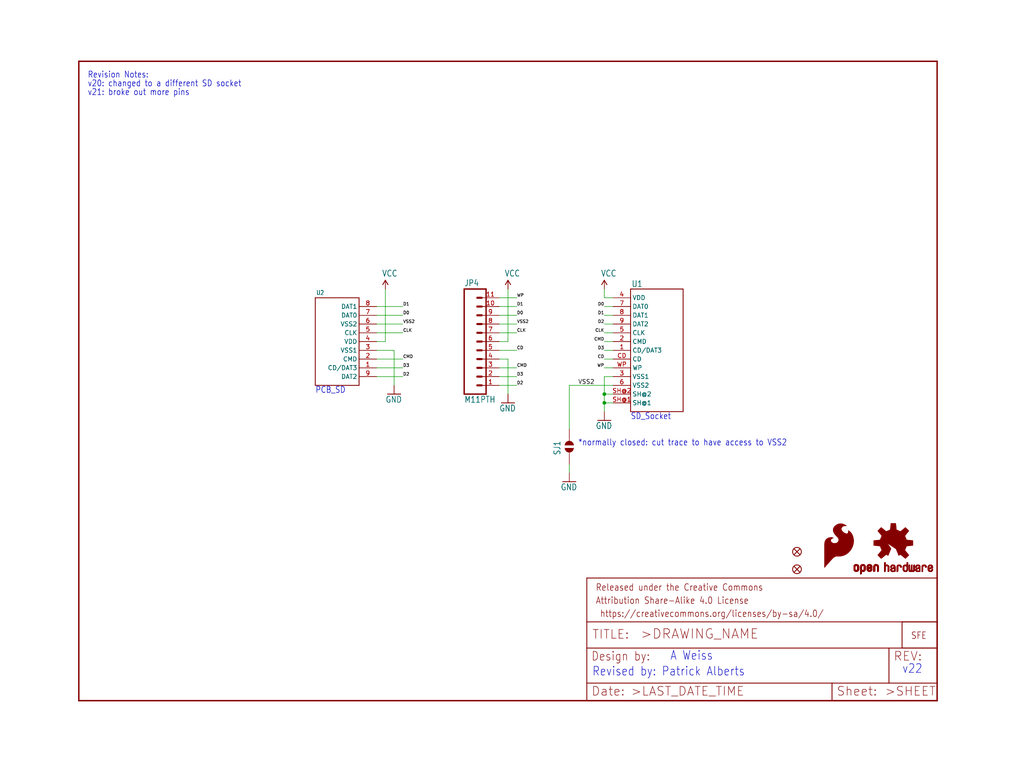
<source format=kicad_sch>
(kicad_sch (version 20211123) (generator eeschema)
  (paper "User" 297.002 223.926)
  (lib_symbols
    (symbol "eagleSchem-eagle-import:FIDUCIALUFIDUCIAL")
    (symbol "eagleSchem-eagle-import:FRAME-LETTER"
      (symbol "FRAME-LETTER_2_0"
        (text " https://creativecommons.org/licenses/by-sa/4.0/" (at 2.54 24.13 0) (effects (font (size 1.9304 1.6408)) (justify left bottom)))
        (text ">DRAWING_NAME" (at 15.494 17.78 0) (effects (font (size 2.7432 2.7432)) (justify left bottom)))
        (text ">LAST_DATE_TIME" (at 12.7 1.27 0) (effects (font (size 2.54 2.54)) (justify left bottom)))
        (text ">SHEET" (at 86.36 1.27 0) (effects (font (size 2.54 2.54)) (justify left bottom)))
        (text "Attribution Share-Alike 4.0 License" (at 2.54 27.94 0) (effects (font (size 1.9304 1.6408)) (justify left bottom)))
        (text "Date:" (at 1.27 1.27 0) (effects (font (size 2.54 2.54)) (justify left bottom)))
        (text "Design by:" (at 1.27 11.43 0) (effects (font (size 2.54 2.159)) (justify left bottom)))
        (text "Released under the Creative Commons" (at 2.54 31.75 0) (effects (font (size 1.9304 1.6408)) (justify left bottom)))
        (text "REV:" (at 88.9 11.43 0) (effects (font (size 2.54 2.54)) (justify left bottom)))
        (text "Sheet:" (at 72.39 1.27 0) (effects (font (size 2.54 2.54)) (justify left bottom)))
        (text "TITLE:" (at 1.524 17.78 0) (effects (font (size 2.54 2.54)) (justify left bottom)))
      )
    )
    (symbol "eagleSchem-eagle-import:GND" (power)
      (property "Value" "GND" (at -2.54 -2.54 0))
      (symbol "GND_1_0"
        (pin power_in line (at 0 2.54 270) (length 2.54) (name "GND") (number "1"))
      )
    )
    (symbol "eagleSchem-eagle-import:LOGO-SFENEW"
      (symbol "LOGO-SFENEW_1_0"
        (text "SFE" (at 0 0 0) (effects (font (size 1.9304 1.6408)) (justify left bottom)))
      )
    )
    (symbol "eagleSchem-eagle-import:M11PTH"
      (property "Reference" "JP" (at 0 16.002 0))
      (property "Value" "M11PTH" (at 0 -17.78 0))
      (symbol "M11PTH_1_0"
        (pin passive line (at 10.16 -12.7 180) (length 5.08) (name "1") (number "1"))
        (pin passive line (at 10.16 10.16 180) (length 5.08) (name "10") (number "10"))
        (pin passive line (at 10.16 12.7 180) (length 5.08) (name "11") (number "11"))
        (pin passive line (at 10.16 -10.16 180) (length 5.08) (name "2") (number "2"))
        (pin passive line (at 10.16 -7.62 180) (length 5.08) (name "3") (number "3"))
        (pin passive line (at 10.16 -5.08 180) (length 5.08) (name "4") (number "4"))
        (pin passive line (at 10.16 -2.54 180) (length 5.08) (name "5") (number "5"))
        (pin passive line (at 10.16 0 180) (length 5.08) (name "6") (number "6"))
        (pin passive line (at 10.16 2.54 180) (length 5.08) (name "7") (number "7"))
        (pin passive line (at 10.16 5.08 180) (length 5.08) (name "8") (number "8"))
        (pin passive line (at 10.16 7.62 180) (length 5.08) (name "9") (number "9"))
      )
    )
    (symbol "eagleSchem-eagle-import:OSHW-LOGOS")
    (symbol "eagleSchem-eagle-import:SD_CARD_SOCKET"
      (property "Reference" "U" (at -7.366 18.288 0))
      (property "Value" "SD_CARD_SOCKET" (at -7.112 -20.32 0))
      (symbol "SD_CARD_SOCKET_1_0"
        (pin bidirectional line (at -12.7 0 0) (length 5.08) (name "CD/DAT3") (number "1"))
        (pin bidirectional line (at -12.7 2.54 0) (length 5.08) (name "CMD") (number "2"))
        (pin power_in line (at -12.7 -7.62 0) (length 5.08) (name "VSS1") (number "3"))
        (pin power_in line (at -12.7 15.24 0) (length 5.08) (name "VDD") (number "4"))
        (pin bidirectional line (at -12.7 5.08 0) (length 5.08) (name "CLK") (number "5"))
        (pin power_in line (at -12.7 -10.16 0) (length 5.08) (name "VSS2") (number "6"))
        (pin bidirectional line (at -12.7 12.7 0) (length 5.08) (name "DAT0") (number "7"))
        (pin bidirectional line (at -12.7 10.16 0) (length 5.08) (name "DAT1") (number "8"))
        (pin bidirectional line (at -12.7 7.62 0) (length 5.08) (name "DAT2") (number "9"))
        (pin bidirectional line (at -12.7 -2.54 0) (length 5.08) (name "CD") (number "CD"))
        (pin bidirectional line (at -12.7 -15.24 0) (length 5.08) (name "SH@1") (number "SH@1"))
        (pin bidirectional line (at -12.7 -12.7 0) (length 5.08) (name "SH@2") (number "SH@2"))
        (pin bidirectional line (at -12.7 -5.08 0) (length 5.08) (name "WP") (number "WP"))
      )
    )
    (symbol "eagleSchem-eagle-import:SD_MMC_CARDSD_PCB"
      (property "Value" "SD_MMC_CARDSD_PCB" (at 3.048 -13.462 0))
      (symbol "SD_MMC_CARDSD_PCB_1_0"
        (pin bidirectional line (at -10.16 7.62 0) (length 5.08) (name "CD/DAT3") (number "1"))
        (pin bidirectional line (at -10.16 5.08 0) (length 5.08) (name "CMD") (number "2"))
        (pin bidirectional line (at -10.16 2.54 0) (length 5.08) (name "VSS1") (number "3"))
        (pin bidirectional line (at -10.16 0 0) (length 5.08) (name "VDD") (number "4"))
        (pin bidirectional line (at -10.16 -2.54 0) (length 5.08) (name "CLK") (number "5"))
        (pin bidirectional line (at -10.16 -5.08 0) (length 5.08) (name "VSS2") (number "6"))
        (pin bidirectional line (at -10.16 -7.62 0) (length 5.08) (name "DAT0") (number "7"))
        (pin bidirectional line (at -10.16 -10.16 0) (length 5.08) (name "DAT1") (number "8"))
        (pin bidirectional line (at -10.16 10.16 0) (length 5.08) (name "DAT2") (number "9"))
      )
    )
    (symbol "eagleSchem-eagle-import:SFE_LOGO_FLAME.2_INCH")
    (symbol "eagleSchem-eagle-import:SOLDERJUMPERTRACE"
      (property "Reference" "SJ" (at -2.54 2.54 0))
      (property "Value" "SOLDERJUMPERTRACE" (at -2.54 -5.08 0))
      (symbol "SOLDERJUMPERTRACE_1_0"
        (pin passive line (at -5.08 0 0) (length 2.54) (name "1") (number "1"))
        (pin passive line (at 5.08 0 180) (length 2.54) (name "2") (number "2"))
      )
    )
    (symbol "eagleSchem-eagle-import:VCC" (power)
      (property "Value" "VCC" (at -1.016 3.556 0))
      (symbol "VCC_1_0"
        (pin power_in line (at 0 0 90) (length 2.54) (name "VCC") (number "1"))
      )
    )
  )
  (junction (at 175.26 114.3))
  (junction (at 175.26 116.84))
  (wire (pts (xy 177.8 96.52) (xy 175.26 96.52)))
  (wire (pts (xy 109.22 101.6) (xy 114.3 101.6)))
  (wire (pts (xy 144.78 106.68) (xy 149.86 106.68)))
  (wire (pts (xy 111.76 99.06) (xy 111.76 83.82)))
  (wire (pts (xy 177.8 109.22) (xy 175.26 109.22)))
  (wire (pts (xy 109.22 106.68) (xy 116.84 106.68)))
  (wire (pts (xy 149.86 86.36) (xy 144.78 86.36)))
  (wire (pts (xy 109.22 93.98) (xy 116.84 93.98)))
  (wire (pts (xy 147.32 99.06) (xy 147.32 83.82)))
  (wire (pts (xy 177.8 114.3) (xy 175.26 114.3)))
  (wire (pts (xy 177.8 93.98) (xy 175.26 93.98)))
  (wire (pts (xy 144.78 88.9) (xy 149.86 88.9)))
  (wire (pts (xy 175.26 116.84) (xy 175.26 119.38)))
  (wire (pts (xy 109.22 88.9) (xy 116.84 88.9)))
  (wire (pts (xy 177.8 104.14) (xy 175.26 104.14)))
  (wire (pts (xy 165.1 111.76) (xy 165.1 124.46)))
  (wire (pts (xy 177.8 116.84) (xy 175.26 116.84)))
  (wire (pts (xy 109.22 109.22) (xy 116.84 109.22)))
  (wire (pts (xy 177.8 88.9) (xy 175.26 88.9)))
  (wire (pts (xy 144.78 104.14) (xy 147.32 104.14)))
  (wire (pts (xy 177.8 106.68) (xy 175.26 106.68)))
  (wire (pts (xy 144.78 93.98) (xy 149.86 93.98)))
  (wire (pts (xy 175.26 114.3) (xy 175.26 116.84)))
  (wire (pts (xy 144.78 96.52) (xy 149.86 96.52)))
  (wire (pts (xy 177.8 101.6) (xy 175.26 101.6)))
  (wire (pts (xy 144.78 91.44) (xy 149.86 91.44)))
  (wire (pts (xy 109.22 91.44) (xy 116.84 91.44)))
  (wire (pts (xy 147.32 104.14) (xy 147.32 114.3)))
  (wire (pts (xy 109.22 99.06) (xy 111.76 99.06)))
  (wire (pts (xy 165.1 137.16) (xy 165.1 134.62)))
  (wire (pts (xy 109.22 104.14) (xy 116.84 104.14)))
  (wire (pts (xy 177.8 91.44) (xy 175.26 91.44)))
  (wire (pts (xy 144.78 111.76) (xy 149.86 111.76)))
  (wire (pts (xy 144.78 99.06) (xy 147.32 99.06)))
  (wire (pts (xy 144.78 109.22) (xy 149.86 109.22)))
  (wire (pts (xy 165.1 111.76) (xy 177.8 111.76)))
  (wire (pts (xy 175.26 111.76) (xy 175.26 114.3)))
  (wire (pts (xy 114.3 101.6) (xy 114.3 111.76)))
  (wire (pts (xy 175.26 86.36) (xy 175.26 83.82)))
  (wire (pts (xy 177.8 99.06) (xy 175.26 99.06)))
  (wire (pts (xy 175.26 109.22) (xy 175.26 111.76)))
  (wire (pts (xy 149.86 101.6) (xy 144.78 101.6)))
  (wire (pts (xy 177.8 86.36) (xy 175.26 86.36)))
  (wire (pts (xy 109.22 96.52) (xy 116.84 96.52)))
  (text "v21: broke out more pins" (at 25.4 27.94 180) (effects (font (size 1.778 1.5113)) (justify left bottom)))
  (text "Revision Notes:" (at 25.4 22.86 180) (effects (font (size 1.778 1.5113)) (justify left bottom)))
  (text "Revised by: Patrick Alberts" (at 171.704 196.342 180) (effects (font (size 2.54 2.159)) (justify left bottom)))
  (text "v20: changed to a different SD socket" (at 25.4 25.4 180) (effects (font (size 1.778 1.5113)) (justify left bottom)))
  (text "PCB_SD" (at 91.44 114.3 180) (effects (font (size 1.778 1.5113)) (justify left bottom)))
  (text "v22" (at 261.62 195.58 180) (effects (font (size 2.54 2.159)) (justify left bottom)))
  (text "SD_Socket" (at 182.88 121.92 180) (effects (font (size 1.778 1.5113)) (justify left bottom)))
  (text "A Weiss" (at 194.31 191.77 180) (effects (font (size 2.54 2.159)) (justify left bottom)))
  (text "*normally closed: cut trace to have access to VSS2" (at 167.64 129.54 0) (effects (font (size 1.778 1.5113)) (justify left bottom)))
  (label "D3" (at 116.84 106.68 0) (effects (font (size 0.889 0.889))))
  (label "CMD" (at 175.26 99.06 180) (effects (font (size 0.889 0.889))))
  (label "CD" (at 149.86 101.6 0) (effects (font (size 0.889 0.889))))
  (label "CLK" (at 175.26 96.52 180) (effects (font (size 0.889 0.889))))
  (label "D2" (at 175.26 93.98 180) (effects (font (size 0.889 0.889))))
  (label "D2" (at 116.84 109.22 0) (effects (font (size 0.889 0.889))))
  (label "VSS2" (at 167.64 111.76 0) (effects (font (size 1.2446 1.2446))))
  (label "D1" (at 116.84 88.9 0) (effects (font (size 0.889 0.889))))
  (label "D2" (at 149.86 111.76 0) (effects (font (size 0.889 0.889))))
  (label "CLK" (at 149.86 96.52 0) (effects (font (size 0.889 0.889))))
  (label "CMD" (at 149.86 106.68 0) (effects (font (size 0.889 0.889))))
  (label "D0" (at 149.86 91.44 0) (effects (font (size 0.889 0.889))))
  (label "CMD" (at 116.84 104.14 0) (effects (font (size 0.889 0.889))))
  (label "WP" (at 175.26 106.68 180) (effects (font (size 0.889 0.889))))
  (label "WP" (at 149.86 86.36 0) (effects (font (size 0.889 0.889))))
  (label "D3" (at 149.86 109.22 0) (effects (font (size 0.889 0.889))))
  (label "VSS2" (at 149.86 93.98 0) (effects (font (size 0.889 0.889))))
  (label "D1" (at 175.26 91.44 180) (effects (font (size 0.889 0.889))))
  (label "D0" (at 175.26 88.9 180) (effects (font (size 0.889 0.889))))
  (label "CLK" (at 116.84 96.52 0) (effects (font (size 0.889 0.889))))
  (label "D1" (at 149.86 88.9 0) (effects (font (size 0.889 0.889))))
  (label "CD" (at 175.26 104.14 180) (effects (font (size 0.889 0.889))))
  (label "D0" (at 116.84 91.44 0) (effects (font (size 0.889 0.889))))
  (label "D3" (at 175.26 101.6 180) (effects (font (size 0.889 0.889))))
  (label "VSS2" (at 116.84 93.98 0) (effects (font (size 0.889 0.889))))
  (symbol (lib_id "eagleSchem-eagle-import:SOLDERJUMPERTRACE") (at 165.1 129.54 90) (unit 1)
    (property "Reference" "SJ1" (at 162.56 132.08 0) (effects (font (size 1.778 1.5113)) (justify left bottom)))
    (property "Value" "SOLDERJUMPERTRACE" (effects hide))
    (property "Footprint" "eagleSchem:SJ_2S-TRACE" (effects hide))
  )
  (symbol (lib_id "eagleSchem-eagle-import:SD_CARD_SOCKET") (at 190.5 101.6 0) (unit 1)
    (property "Reference" "U1" (at 183.134 83.312 0) (effects (font (size 1.778 1.5113)) (justify left bottom)))
    (property "Value" "SD_CARD_SOCKET" (effects hide))
    (property "Footprint" "eagleSchem:SD_1_1" (effects hide))
  )
  (symbol (lib_id "eagleSchem-eagle-import:FRAME-LETTER") (at 170.18 203.2 0) (unit 2)
    (property "Reference" "FRAME1" (effects hide))
    (property "Value" "FRAME-LETTER" (effects hide))
    (property "Footprint" "eagleSchem:CREATIVE_COMMONS" (effects hide))
  )
  (symbol (lib_id "eagleSchem-eagle-import:M11PTH") (at 134.62 99.06 0) (unit 1)
    (property "Reference" "JP4" (at 134.62 83.058 0) (effects (font (size 1.778 1.5113)) (justify left bottom)))
    (property "Value" "M11PTH" (at 134.62 116.84 0) (effects (font (size 1.778 1.5113)) (justify left bottom)))
    (property "Footprint" "eagleSchem:1X11" (effects hide))
  )
  (symbol (lib_id "eagleSchem-eagle-import:SD_MMC_CARDSD_PCB") (at 99.06 99.06 180) (unit 1)
    (property "Reference" "U2" (at 91.694 85.598 0) (effects (font (size 1.27 1.0795)) (justify right top)))
    (property "Value" "SD_MMC_CARDSD_PCB" (effects hide))
    (property "Footprint" "eagleSchem:SD-MMC-CARD" (effects hide))
  )
  (symbol (lib_id "eagleSchem-eagle-import:GND") (at 147.32 116.84 0) (unit 1)
    (property "Reference" "#GND1" (effects hide))
    (property "Value" "GND" (at 144.78 119.38 0) (effects (font (size 1.778 1.5113)) (justify left bottom)))
    (property "Footprint" "eagleSchem:" (effects hide))
  )
  (symbol (lib_id "eagleSchem-eagle-import:VCC") (at 147.32 83.82 0) (unit 1)
    (property "Reference" "#P+1" (effects hide))
    (property "Value" "VCC" (at 146.304 80.264 0) (effects (font (size 1.778 1.5113)) (justify left bottom)))
    (property "Footprint" "eagleSchem:" (effects hide))
  )
  (symbol (lib_id "eagleSchem-eagle-import:FRAME-LETTER") (at 22.86 203.2 0) (unit 1)
    (property "Reference" "FRAME1" (effects hide))
    (property "Value" "FRAME-LETTER" (effects hide))
    (property "Footprint" "eagleSchem:CREATIVE_COMMONS" (effects hide))
  )
  (symbol (lib_id "eagleSchem-eagle-import:LOGO-SFENEW") (at 264.16 185.42 0) (unit 1)
    (property "Reference" "LOGO0" (effects hide))
    (property "Value" "LOGO-SFENEW" (effects hide))
    (property "Footprint" "eagleSchem:SFE-NEW-WEBLOGO" (effects hide))
  )
  (symbol (lib_id "eagleSchem-eagle-import:GND") (at 165.1 139.7 0) (unit 1)
    (property "Reference" "#GND4" (effects hide))
    (property "Value" "GND" (at 162.56 142.24 0) (effects (font (size 1.778 1.5113)) (justify left bottom)))
    (property "Footprint" "eagleSchem:" (effects hide))
  )
  (symbol (lib_id "eagleSchem-eagle-import:VCC") (at 111.76 83.82 0) (unit 1)
    (property "Reference" "#P+3" (effects hide))
    (property "Value" "VCC" (at 110.744 80.264 0) (effects (font (size 1.778 1.5113)) (justify left bottom)))
    (property "Footprint" "eagleSchem:" (effects hide))
  )
  (symbol (lib_id "eagleSchem-eagle-import:FIDUCIALUFIDUCIAL") (at 231.14 165.1 0) (unit 1)
    (property "Reference" "JP2" (effects hide))
    (property "Value" "FIDUCIALUFIDUCIAL" (effects hide))
    (property "Footprint" "eagleSchem:MICRO-FIDUCIAL" (effects hide))
  )
  (symbol (lib_id "eagleSchem-eagle-import:OSHW-LOGOS") (at 259.08 157.48 0) (unit 1)
    (property "Reference" "U$2" (effects hide))
    (property "Value" "OSHW-LOGOS" (effects hide))
    (property "Footprint" "eagleSchem:OSHW-LOGO-S" (effects hide))
  )
  (symbol (lib_id "eagleSchem-eagle-import:FIDUCIALUFIDUCIAL") (at 231.14 160.02 0) (unit 1)
    (property "Reference" "JP3" (effects hide))
    (property "Value" "FIDUCIALUFIDUCIAL" (effects hide))
    (property "Footprint" "eagleSchem:MICRO-FIDUCIAL" (effects hide))
  )
  (symbol (lib_id "eagleSchem-eagle-import:GND") (at 175.26 121.92 0) (unit 1)
    (property "Reference" "#GND2" (effects hide))
    (property "Value" "GND" (at 172.72 124.46 0) (effects (font (size 1.778 1.5113)) (justify left bottom)))
    (property "Footprint" "eagleSchem:" (effects hide))
  )
  (symbol (lib_id "eagleSchem-eagle-import:SFE_LOGO_FLAME.2_INCH") (at 238.76 165.1 0) (unit 1)
    (property "Reference" "U$4" (effects hide))
    (property "Value" "SFE_LOGO_FLAME.2_INCH" (effects hide))
    (property "Footprint" "eagleSchem:SFE_LOGO_FLAME_.2" (effects hide))
  )
  (symbol (lib_id "eagleSchem-eagle-import:GND") (at 114.3 114.3 0) (unit 1)
    (property "Reference" "#GND3" (effects hide))
    (property "Value" "GND" (at 111.76 116.84 0) (effects (font (size 1.778 1.5113)) (justify left bottom)))
    (property "Footprint" "eagleSchem:" (effects hide))
  )
  (symbol (lib_id "eagleSchem-eagle-import:VCC") (at 175.26 83.82 0) (unit 1)
    (property "Reference" "#P+2" (effects hide))
    (property "Value" "VCC" (at 174.244 80.264 0) (effects (font (size 1.778 1.5113)) (justify left bottom)))
    (property "Footprint" "eagleSchem:" (effects hide))
  )
)
</source>
